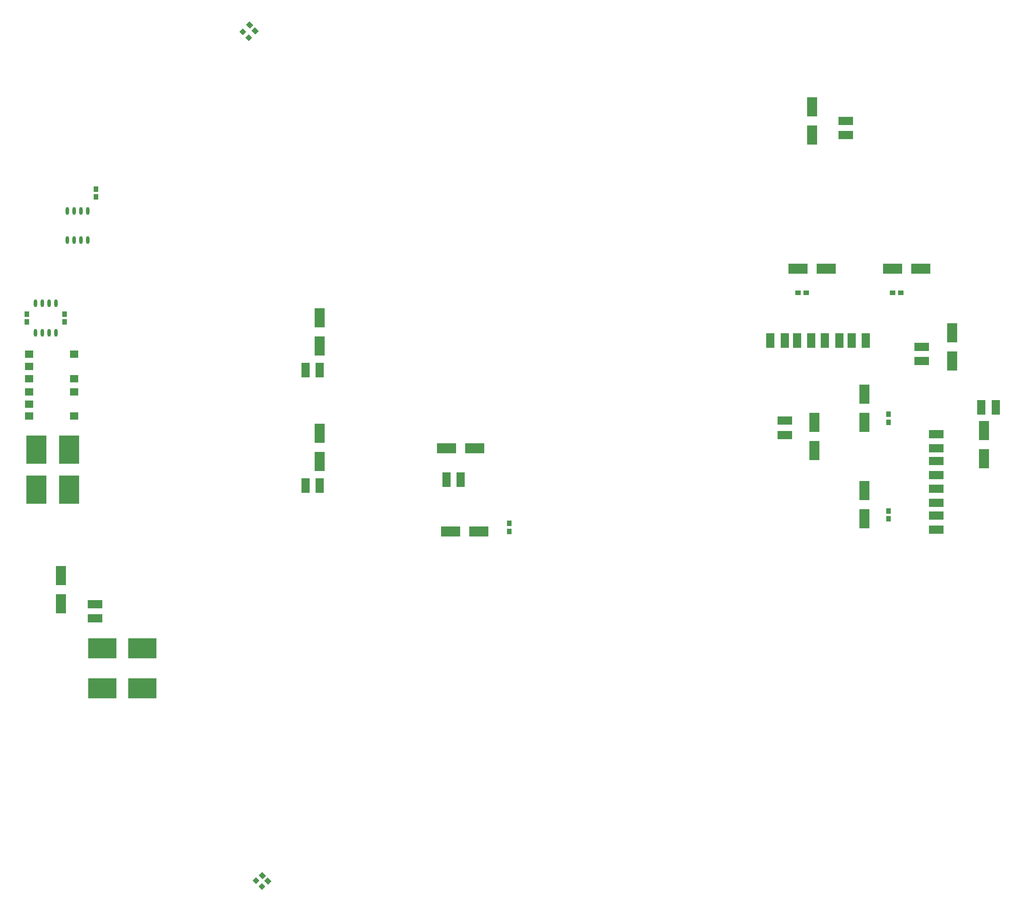
<source format=gtp>
G04*
G04 #@! TF.GenerationSoftware,Altium Limited,Altium Designer,22.6.1 (34)*
G04*
G04 Layer_Color=8421504*
%FSLAX44Y44*%
%MOMM*%
G71*
G04*
G04 #@! TF.SameCoordinates,0282B534-2DD6-4313-8036-895CCBFEA7A8*
G04*
G04*
G04 #@! TF.FilePolarity,Positive*
G04*
G01*
G75*
%ADD20R,1.8500X3.6000*%
%ADD21R,3.6000X1.8500*%
%ADD22R,2.8000X1.5500*%
%ADD23R,1.5500X2.8000*%
%ADD24R,0.9500X1.0000*%
%ADD25R,1.0000X0.9500*%
%ADD26P,1.3435X4X90.0*%
%ADD27R,5.3340X3.8100*%
%ADD28R,3.8100X5.3340*%
G04:AMPARAMS|DCode=29|XSize=0.95mm|YSize=1mm|CornerRadius=0mm|HoleSize=0mm|Usage=FLASHONLY|Rotation=45.000|XOffset=0mm|YOffset=0mm|HoleType=Round|Shape=Rectangle|*
%AMROTATEDRECTD29*
4,1,4,0.0177,-0.6894,-0.6894,0.0177,-0.0177,0.6894,0.6894,-0.0177,0.0177,-0.6894,0.0*
%
%ADD29ROTATEDRECTD29*%

%ADD30R,1.6000X1.4000*%
%ADD31O,0.6000X1.4500*%
D20*
X-6030Y-668090D02*
D03*
Y-720590D02*
D03*
X476000Y-187500D02*
D03*
Y-240000D02*
D03*
Y-402500D02*
D03*
Y-455000D02*
D03*
X1393350Y205000D02*
D03*
X1393350Y152500D02*
D03*
X1397350Y-434750D02*
D03*
Y-382250D02*
D03*
X1653350Y-215750D02*
D03*
Y-268250D02*
D03*
X1712871Y-450480D02*
D03*
Y-397979D02*
D03*
X1490621Y-330029D02*
D03*
Y-382529D02*
D03*
Y-509679D02*
D03*
Y-562179D02*
D03*
D21*
X764750Y-430500D02*
D03*
X712250D02*
D03*
X720150Y-585750D02*
D03*
X772650D02*
D03*
X1595490Y-96650D02*
D03*
X1542990D02*
D03*
X1419650Y-96650D02*
D03*
X1367150D02*
D03*
D22*
X57650Y-720750D02*
D03*
Y-747250D02*
D03*
X1455350Y179250D02*
D03*
X1455350Y152750D02*
D03*
X1342350Y-405750D02*
D03*
Y-379250D02*
D03*
X1597150Y-241600D02*
D03*
Y-268100D02*
D03*
X1623971Y-430829D02*
D03*
Y-404329D02*
D03*
Y-454030D02*
D03*
Y-480529D02*
D03*
Y-532429D02*
D03*
Y-505929D02*
D03*
Y-555630D02*
D03*
Y-582129D02*
D03*
D23*
X738750Y-488920D02*
D03*
X712250D02*
D03*
X449500Y-285000D02*
D03*
X476000D02*
D03*
X449500Y-500000D02*
D03*
X476000D02*
D03*
X1734850Y-354250D02*
D03*
X1708350D02*
D03*
X1466750Y-230000D02*
D03*
X1493250Y-230000D02*
D03*
X1443550Y-230000D02*
D03*
X1417050Y-230000D02*
D03*
X1365150Y-230000D02*
D03*
X1391650Y-230000D02*
D03*
X1341950Y-230000D02*
D03*
X1315450Y-230000D02*
D03*
D24*
X829350Y-570750D02*
D03*
Y-585750D02*
D03*
X1535071Y-367529D02*
D03*
Y-382529D02*
D03*
Y-547179D02*
D03*
Y-562179D02*
D03*
X59350Y37750D02*
D03*
Y52250D02*
D03*
X-69000Y-195000D02*
D03*
Y-180500D02*
D03*
X1000Y-195000D02*
D03*
Y-180500D02*
D03*
D25*
X1557990Y-141100D02*
D03*
X1542990Y-141100D02*
D03*
X1382150Y-141100D02*
D03*
X1367150D02*
D03*
D26*
X368801Y-1247110D02*
D03*
X357841Y-1236150D02*
D03*
X343559Y334199D02*
D03*
X332599Y345159D02*
D03*
D27*
X145608Y-803140D02*
D03*
X70932D02*
D03*
X145608Y-878070D02*
D03*
X70932D02*
D03*
D28*
X-51350Y-433412D02*
D03*
Y-508088D02*
D03*
X9150Y-433412D02*
D03*
Y-508088D02*
D03*
D29*
X369155Y-1226250D02*
D03*
X379408Y-1236503D02*
D03*
X345327Y357180D02*
D03*
X355580Y346927D02*
D03*
D30*
X18650Y-255750D02*
D03*
X-65350D02*
D03*
X18650Y-300750D02*
D03*
X-65350D02*
D03*
Y-278250D02*
D03*
Y-370750D02*
D03*
X18650D02*
D03*
X-65350Y-348250D02*
D03*
Y-325750D02*
D03*
X18650D02*
D03*
D31*
X-14650Y-160750D02*
D03*
X-27350D02*
D03*
X-40050D02*
D03*
X-52750D02*
D03*
X-14650Y-215250D02*
D03*
X-27350D02*
D03*
X-40050D02*
D03*
X-52750D02*
D03*
X44050Y11250D02*
D03*
X31350D02*
D03*
X18650D02*
D03*
X5950D02*
D03*
X44050Y-43250D02*
D03*
X31350D02*
D03*
X18650D02*
D03*
X5950D02*
D03*
M02*

</source>
